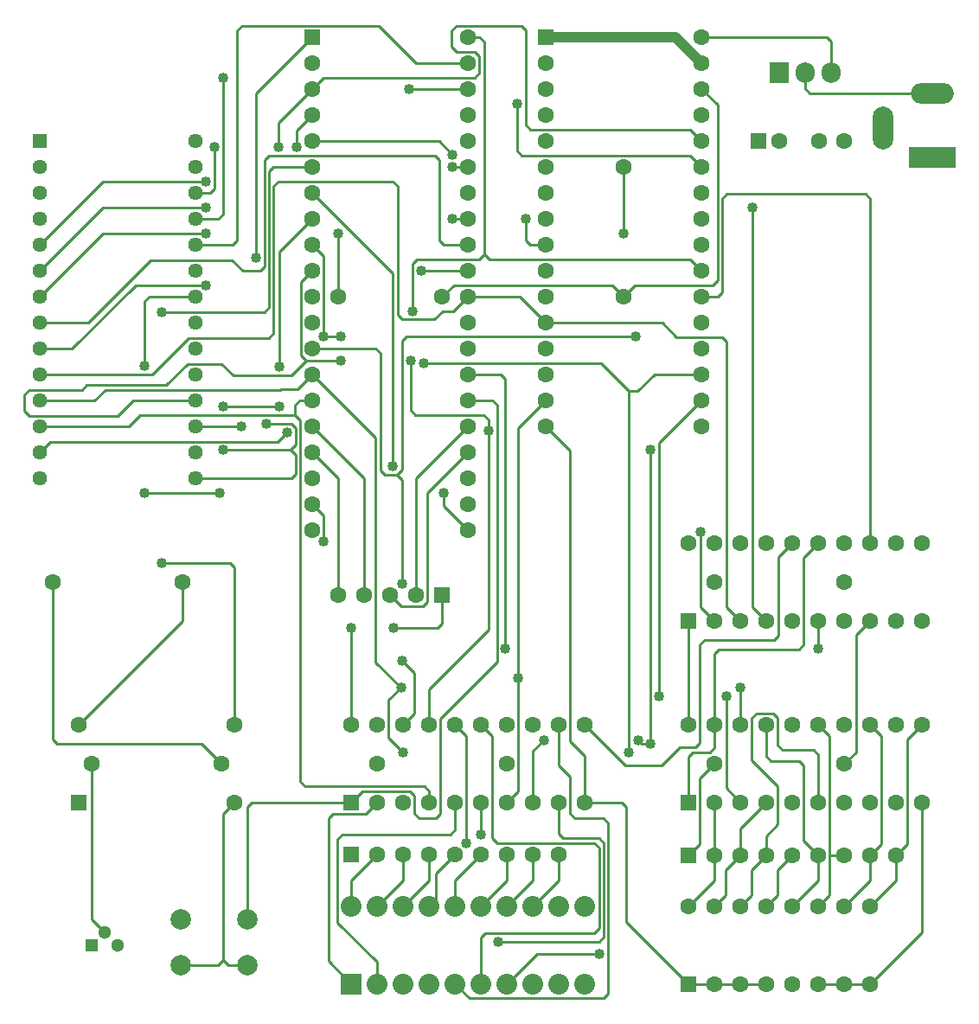
<source format=gbr>
%TF.GenerationSoftware,Novarm,DipTrace,4.3.0.4*%
%TF.CreationDate,2023-07-19T19:22:07+01:00*%
%FSLAX26Y26*%
%MOIN*%
%TF.FileFunction,Copper,L2,Bot*%
%TF.Part,Single*%
%TA.AperFunction,Conductor*%
%ADD13C,0.03937*%
%ADD14C,0.009843*%
%TA.AperFunction,ComponentPad*%
%ADD18R,0.062992X0.062992*%
%ADD19C,0.062992*%
%ADD20C,0.062992*%
%ADD21R,0.051181X0.051181*%
%ADD22C,0.051181*%
%ADD23C,0.07874*%
%ADD24R,0.181102X0.07874*%
%ADD25O,0.165354X0.07874*%
%ADD26O,0.07874X0.165354*%
%ADD27R,0.056693X0.056693*%
%ADD28C,0.056693*%
%ADD29R,0.08X0.08*%
%ADD30C,0.08*%
%ADD31R,0.075X0.07874*%
%ADD32O,0.075X0.07874*%
%TA.AperFunction,ViaPad*%
%ADD33C,0.04*%
G75*
G01*
%LPD*%
X793701Y1543701D2*
D14*
X1193701Y1943701D1*
Y2093701D1*
X3193701Y4193701D2*
X3675980D1*
X3693701Y4175980D1*
Y4056496D1*
X3244488Y1393701D2*
X3187996Y1337208D1*
Y1083665D1*
X3143701Y1039370D1*
X843701Y1393701D2*
Y793701D1*
X893701Y743701D1*
X3143701Y1543701D2*
Y1943701D1*
X1843701Y1543701D2*
Y1916098D1*
X2893701Y3693701D2*
Y3437992D1*
X1794488Y3193701D2*
Y3437992D1*
X2193701Y2043701D2*
Y1933815D1*
X2175984Y1916098D1*
X2007327D1*
X643701Y2893701D2*
X1076870D1*
X1218016Y3034846D1*
X1527267D1*
X1544984Y3052563D1*
Y3620275D1*
X1562701Y3637992D1*
X2004693D1*
X2022410Y3620275D1*
Y3122913D1*
X2040126Y3105197D1*
X2163508D1*
X2196303Y3137992D1*
X2237992D1*
X2293701Y3193701D1*
X2593701Y3093701D2*
X3042011D1*
X3097720Y3037992D1*
X3272244D1*
X3289961Y3020275D1*
Y1997441D1*
X3343701Y1943701D1*
X2293701Y3193701D2*
X2493701D1*
X2593701Y3093701D1*
X3193701Y3293701D2*
X3149409Y3337992D1*
X2375398D1*
X2355713Y3357677D1*
Y4175983D1*
X2337995Y4193701D1*
X2293701D1*
X2355713Y3357677D2*
X2336028Y3337992D1*
X2097610D1*
X2079894Y3320276D1*
Y3137992D1*
X1476756Y3342917D2*
Y3976756D1*
X1693701Y4193701D1*
X1316252Y3770787D2*
Y3611417D1*
X1298535Y3593701D1*
X1243701D1*
X1693701Y3993701D2*
X1737992Y4037992D1*
X2320276D1*
X2337992Y4055708D1*
Y4120276D1*
X2320276Y4137992D1*
X2249409D1*
X2231693Y4155708D1*
Y4220275D1*
X2249410Y4237992D1*
X2498901D1*
X2516618Y4220275D1*
Y3855709D1*
X2534335Y3837992D1*
X3149409D1*
X3193701Y3793701D1*
X1564398Y3770787D2*
Y3864398D1*
X1693701Y3993701D1*
Y3893701D2*
X1634331Y3834331D1*
Y3770787D1*
X3443701Y1943701D2*
X3389957Y1997445D1*
Y3537992D1*
X2234000Y3741574D2*
X2181873Y3793701D1*
X1693701D1*
X1283457Y3237992D2*
X1012114D1*
X767822Y2993701D1*
X643701D1*
X2293701Y3293701D2*
X2112689Y3293700D1*
X2293701Y3393701D2*
X2201204D1*
X2183488Y3411417D1*
Y3720276D1*
X2165772Y3737992D1*
X1527268D1*
X1509551Y3720275D1*
Y3310121D1*
X1491835Y3292405D1*
X1427319D1*
X1384878Y3334846D1*
X1071130D1*
X829984Y3093701D1*
X643701D1*
X1283457Y3437992D2*
X887992D1*
X643701Y3193701D1*
X2293701Y3493701D2*
X2234331Y3493700D1*
X2516614Y3493697D2*
Y3411417D1*
X2534330Y3393701D1*
X2593701D1*
X1283457Y3537992D2*
X887992D1*
X643701Y3293701D1*
X1283457Y3637992D2*
X887992D1*
X643701Y3393701D1*
X2293701Y3693701D2*
X2234000Y3693700D1*
X1349047Y4037992D2*
Y3511417D1*
X1331330Y3493701D1*
X1243701D1*
X2293701Y3993701D2*
X2067484Y3993700D1*
X2483823Y3937992D2*
Y3755709D1*
X2501540Y3737992D1*
X3149409D1*
X3193701Y3693701D1*
X2293701Y4093701D2*
X2093740D1*
X1949449Y4237992D1*
X1422469D1*
X1404752Y4220275D1*
Y3411417D1*
X1387035Y3393701D1*
X1243701D1*
X1114646Y3134846D2*
X1509551D1*
X1527268Y3152563D1*
Y3675984D1*
X1544984Y3693701D1*
X1693701D1*
X1393701Y1543701D2*
Y2149819D1*
X1375985Y2167535D1*
X1114646D1*
X643701Y2793701D2*
X854681D1*
X895827Y2834846D1*
X1571272D1*
X1574418Y2837992D1*
X1637992D1*
X1693701Y2893701D1*
X3343701Y1686382D2*
Y1543701D1*
X2035866Y1686382D2*
X1987992Y1638508D1*
Y1493701D1*
X2043701Y1437992D1*
X1693701Y2893701D2*
X1937996Y2649406D1*
Y1784252D1*
X2035866Y1686382D1*
X2143701Y1243701D2*
Y1287995D1*
X2125984Y1305712D1*
X1665158D1*
X1647441Y1323429D1*
Y2718307D1*
X1627756Y2737992D1*
X1030185D1*
X985893Y2693701D1*
X643701D1*
X1693701Y2793701D2*
X1645476D1*
X1627756Y2775980D1*
Y2737992D1*
X2593701Y2793701D2*
X2487996Y2687996D1*
Y1721815D1*
X1596929Y2670787D2*
X1560988Y2634846D1*
X684846D1*
X643701Y2593701D1*
X2487996Y1721815D2*
Y1287996D1*
X2443701Y1243701D1*
X1565154Y2924094D2*
Y3365154D1*
X1693701Y3493701D1*
X1350433Y2770787D2*
X1565154D1*
X1517725Y2703582D2*
X1612009D1*
X1629725Y2685866D1*
Y2621736D1*
X1610040Y2602051D1*
X1350433D1*
X2585685Y1484334D2*
X2543701Y1442350D1*
Y1243701D1*
X1610040Y2602051D2*
X1629725Y2582366D1*
Y2511418D1*
X1612007Y2493701D1*
X1243701D1*
X2997953Y1470787D2*
Y2602563D1*
X2948500Y1484334D2*
X2962047Y1470787D1*
X2997953D1*
X2003587Y2539960D2*
Y3283815D1*
X1693701Y3593701D1*
X3193701Y2793701D2*
X3030748Y2630748D1*
Y1653586D1*
X3288780D2*
Y1298622D1*
X3343701Y1243701D1*
X2914646Y1437992D2*
Y2829720D1*
X2948248D1*
X3012228Y2893701D1*
X3193701D1*
X1803583Y3039960D2*
X1737992D1*
X1243701Y2693701D2*
X1420630Y2693700D1*
X2914646Y2829720D2*
X2806374Y2937992D1*
X2123862D1*
X1737992Y3039960D2*
Y3349410D1*
X1693701Y3393701D1*
X2143701Y1543701D2*
Y1680850D1*
X2372756Y1909905D1*
Y2675708D1*
X1693701Y3293701D2*
X1649410Y3249410D1*
Y2967122D1*
X1669095Y2947437D1*
X1612957Y2891299D1*
X1388567D1*
X1345020Y2934846D1*
X1212303D1*
X1130020Y2852563D1*
X823544D1*
X805827Y2834846D1*
X602555D1*
X584839Y2817130D1*
Y2752562D1*
X602555Y2734846D1*
X943173D1*
X1002027Y2793701D1*
X1243701D1*
X1669095Y2947437D2*
X1803583D1*
X2372756Y2675708D2*
Y2720276D1*
X2355040Y2737992D1*
X2090634D1*
X2072918Y2755708D1*
Y2947437D1*
X1693701Y2993701D2*
X1937992D1*
X1955713Y2975980D1*
Y2524881D1*
X1973429Y2507165D1*
X2020437D1*
X2040122Y2487480D1*
Y2085685D1*
Y1790043D2*
X2087992Y1742173D1*
Y1587992D1*
X2043701Y1543701D1*
X2020437Y2507165D2*
X2040122Y2526850D1*
Y3022243D1*
X2057839Y3039960D1*
X2941260D1*
X2593701Y4193701D2*
D13*
X3093701D1*
X3193701Y4093701D1*
X1343701Y1393701D2*
D14*
X1266893Y1470508D1*
X711421D1*
X693701Y1488228D1*
Y2093701D1*
X3443701Y543701D2*
X3343701D1*
X2194488Y3193701D2*
X2238780Y3237992D1*
X2849409D1*
X2893701Y3193701D1*
X3643701Y543701D2*
X3743701D1*
X1393701Y1243701D2*
X1349410Y1199410D1*
Y636220D1*
X1369095Y616535D1*
X1443701D1*
X3593701Y4056496D2*
Y3995275D1*
X3611417Y3977559D1*
X4082677D1*
X3744488Y1393701D2*
X3788780Y1437992D1*
Y1888780D1*
X3843701Y1943701D1*
X1187795Y616535D2*
X1329725D1*
X1349410Y636220D1*
X2743701Y1243701D2*
Y1423121D1*
X2687992Y1478830D1*
Y2599410D1*
X2593701Y2693701D1*
X3143701Y543701D2*
X2904235Y783167D1*
Y1225982D1*
X2886516Y1243701D1*
X2743701D1*
X3243701Y543701D2*
X3143701D1*
X3343701D2*
X3243701D1*
X2893701Y3193701D2*
X2937992Y3237992D1*
X3237993D1*
X3255709Y3255708D1*
Y3931693D1*
X3193701Y3993701D1*
X3843701Y543701D2*
X4043701Y743701D1*
Y1243701D1*
X3743701Y543701D2*
X3843701D1*
X3143701Y1243701D2*
Y1420275D1*
X3161418Y1437992D1*
X3225985D1*
X3243701Y1455708D1*
Y1543701D1*
Y1817235D1*
X3261418Y1834952D1*
X3570275D1*
X3587992Y1852669D1*
Y2187992D1*
X3643701Y2243701D1*
X2093701Y2043701D2*
Y2493701D1*
X2293701Y2693701D1*
X1993701Y2043701D2*
X2037996Y1999405D1*
X2120279D1*
X2137996Y2017122D1*
Y2437996D1*
X2293701Y2593701D1*
X1693701Y2693701D2*
X1893701Y2493701D1*
Y2043701D1*
X1693701Y2593701D2*
X1793701Y2493701D1*
Y2043701D1*
X1943701Y1043701D2*
X1843701Y943701D1*
Y843701D1*
X2043701Y1043701D2*
Y943701D1*
X1943701Y843701D1*
X2143701Y1043701D2*
Y943701D1*
X2043701Y843701D1*
X2243701Y1043701D2*
X2168781Y968781D1*
Y868781D1*
X2143701Y843701D1*
X2343701Y1043701D2*
X2243701Y943701D1*
Y843701D1*
X2443701Y1043701D2*
Y943701D1*
X2343701Y843701D1*
X2543701Y1043701D2*
Y943701D1*
X2443701Y843701D1*
X2643701Y1043701D2*
Y943701D1*
X2543701Y843701D1*
X3243701Y1243701D2*
Y1039370D1*
Y943701D1*
X3143701Y843701D1*
X3243701D2*
X3287996Y887996D1*
Y983665D1*
X3343701Y1039370D1*
Y1143701D1*
X3443701Y1243701D1*
X3343701Y843701D2*
X3387996Y887996D1*
Y983665D1*
X3443701Y1039370D1*
Y1114885D1*
X3487992Y1159176D1*
Y1305445D1*
X3387992Y1405445D1*
Y1570279D1*
X3405709Y1587996D1*
X3470275D1*
X3487992Y1570279D1*
Y1462899D1*
X3505709Y1445182D1*
X3625983D1*
X3643701Y1427464D1*
Y1243701D1*
X3543701Y1039370D2*
X3487996Y983665D1*
Y887996D1*
X3443701Y843701D1*
X3543701D2*
X3643701Y943701D1*
Y1039370D1*
X3587996Y1095075D1*
Y1386383D1*
X3570280Y1404099D1*
X3461421D1*
X3443701Y1421819D1*
Y1543701D1*
X3743701Y1039370D2*
X3687996D1*
Y1499406D1*
X3643701Y1543701D1*
X3687996Y1039370D2*
Y887996D1*
X3643701Y843701D1*
X3843701Y1543701D2*
X3887996Y1499406D1*
Y1083665D1*
X3843701Y1039370D1*
Y943701D1*
X3743701Y843701D1*
X3843701D2*
X3943701Y943701D1*
Y1039370D1*
X3987996Y1083665D1*
Y1487996D1*
X4043701Y1543701D1*
X1843701Y543701D2*
X1755473Y631929D1*
Y1181693D1*
X1773189Y1199409D1*
X1899409D1*
X1943701Y1243701D1*
Y543701D2*
Y628831D1*
X1790906Y781626D1*
Y1103071D1*
X1808622Y1120787D1*
X2225984D1*
X2243701Y1138504D1*
Y1243701D1*
X2343701Y1120787D2*
Y1243701D1*
X2410906Y708153D2*
X2798468D1*
X2816185Y725870D1*
Y1087992D1*
X2798469Y1105708D1*
X2661418D1*
X2643701Y1123425D1*
Y1243701D1*
X2243701Y543701D2*
X2298464Y488937D1*
X2816186D1*
X2833902Y506653D1*
Y1163976D1*
X2816185Y1181693D1*
X2705708D1*
X2687992Y1199409D1*
Y1342610D1*
X2643701Y1386901D1*
Y1543701D1*
X2343701Y543701D2*
Y723232D1*
X2361418Y740949D1*
X2780753D1*
X2798469Y758665D1*
Y1070275D1*
X2780752Y1087992D1*
X2405708D1*
X2387992Y1105708D1*
Y1499410D1*
X2343701Y1543701D1*
X2798469Y660283D2*
X2560283D1*
X2443701Y543701D1*
X2287992Y1087992D2*
Y1499410D1*
X2243701Y1543701D1*
X3543701Y2243701D2*
X3489961Y2189961D1*
Y1888103D1*
X3472244Y1870386D1*
X3205709D1*
X3187992Y1852669D1*
Y1473424D1*
X3170276Y1455708D1*
X3108752D1*
X3040524Y1387480D1*
X2899921D1*
X2743701Y1543701D1*
X3843701Y2243701D2*
Y3570787D1*
X3825984Y3588504D1*
X3291142D1*
X3273425Y3570787D1*
Y3211417D1*
X3255708Y3193701D1*
X3193701D1*
X2438347Y1837594D2*
Y2875983D1*
X2420629Y2893701D1*
X2293701D1*
X3643701Y1837594D2*
Y1943701D1*
X1737992Y2249405D2*
Y2349410D1*
X1693701Y2393701D1*
X3191260Y2287996D2*
Y1996142D1*
X3243701Y1943701D1*
X2201536Y2437992D2*
Y2385866D1*
X2293701Y2293701D1*
X1047547Y2437996D2*
X1335355D1*
X1047547Y2926500D2*
Y3175984D1*
X1065263Y3193701D1*
X1243701D1*
X1443701Y793701D2*
Y1225984D1*
X1461417Y1243701D1*
X1843701D1*
X1887996Y1287996D1*
X2070275D1*
X2087992Y1270279D1*
Y1199414D1*
X2105709Y1181697D1*
X2170276D1*
X2187992Y1199413D1*
Y1568244D1*
X2405551Y1785803D1*
Y2775984D1*
X2387834Y2793701D1*
X2293701D1*
D33*
X2893701Y3437992D3*
X1794488D3*
X2007327Y1916098D3*
X1843701D3*
X2079894Y3137992D3*
X1476756Y3342917D3*
X1316252Y3770787D3*
X1564398D3*
X1634331D3*
X3389957Y3537992D3*
X2234000Y3741574D3*
X1283457Y3237992D3*
X2112689Y3293700D3*
X1283457Y3437992D3*
X2234331Y3493700D3*
X2516614Y3493697D3*
X1283457Y3537992D3*
Y3637992D3*
X2234000Y3693700D3*
X1349047Y4037992D3*
X2067484Y3993700D3*
X2483823Y3937992D3*
X1114646Y3134846D3*
Y2167535D3*
X3343701Y1686382D3*
X2035866D3*
X2043701Y1437992D3*
X1596929Y2670787D3*
X2487996Y1721815D3*
X2997953Y2602563D3*
X1565154Y2924094D3*
Y2770787D3*
X1350433D3*
Y2602051D3*
X2585685Y1484334D3*
X2948500D3*
X1517725Y2703582D3*
X2997953Y1470787D3*
X3030748Y1653586D3*
X3288780D3*
X2003587Y2539960D3*
X1420630Y2693700D3*
X1803583Y3039960D3*
X2123862Y2937992D3*
X2914646Y1437992D3*
X1737992Y3039960D3*
X2372756Y2675708D3*
X2072918Y2947437D3*
X1803583D3*
X2040122Y2085685D3*
Y1790043D3*
X2941260Y3039960D3*
X2343701Y1120787D3*
X2410906Y708153D3*
X2798469Y660283D3*
X2287992Y1087992D3*
X2438347Y1837594D3*
X3643701D3*
X1737992Y2249405D3*
X3191260Y2287996D3*
X2201536Y2437992D3*
X1335355Y2437996D3*
X1047547D3*
Y2926500D3*
D18*
X3143701Y543701D3*
D19*
X3243701D3*
X3343701D3*
X3443701D3*
X3543701D3*
X3643701D3*
X3743701D3*
X3843701D3*
Y843701D3*
X3743701D3*
X3643701D3*
X3543701D3*
X3443701D3*
X3343701D3*
X3243701D3*
X3143701D3*
D20*
X2893701Y3693701D3*
Y3193701D3*
D21*
X843701Y693701D3*
D22*
X893701Y743701D3*
X943701Y693701D3*
D18*
X2593701Y4193701D3*
D19*
Y4093701D3*
Y3993701D3*
Y3893701D3*
Y3793701D3*
Y3693701D3*
Y3593701D3*
Y3493701D3*
Y3393701D3*
Y3293701D3*
Y3193701D3*
Y3093701D3*
Y2993701D3*
Y2893701D3*
Y2793701D3*
Y2693701D3*
X3193701D3*
Y2793701D3*
Y2893701D3*
Y2993701D3*
Y3093701D3*
Y3193701D3*
Y3293701D3*
Y3393701D3*
Y3493701D3*
Y3593701D3*
Y3693701D3*
Y3793701D3*
Y3893701D3*
Y3993701D3*
Y4093701D3*
Y4193701D3*
D20*
X3743701Y3793701D3*
X3645276D3*
X1794488Y3193701D3*
X2194488D3*
D23*
X1187795Y793701D3*
X1443701D3*
X1187795Y616535D3*
X1443701D3*
D18*
X2193701Y2043701D3*
D19*
X2093701D3*
X1993701D3*
X1893701D3*
X1793701D3*
D20*
X3243701Y2093701D3*
X3743701D3*
D18*
X793701Y1243701D3*
D20*
X1393701D3*
Y1543701D3*
X793701D3*
D18*
X3143701Y1243701D3*
D19*
X3243701D3*
X3343701D3*
X3443701D3*
X3543701D3*
X3643701D3*
X3743701D3*
X3843701D3*
X3943701D3*
X4043701D3*
Y1543701D3*
X3943701D3*
X3843701D3*
X3743701D3*
X3643701D3*
X3543701D3*
X3443701D3*
X3343701D3*
X3243701D3*
X3143701D3*
D24*
X4082677Y3729528D3*
D25*
Y3977559D3*
D26*
X3893701Y3843701D3*
D18*
X1693701Y4193701D3*
D19*
Y4093701D3*
Y3993701D3*
Y3893701D3*
Y3793701D3*
Y3693701D3*
Y3593701D3*
Y3493701D3*
Y3393701D3*
Y3293701D3*
Y3193701D3*
Y3093701D3*
Y2993701D3*
Y2893701D3*
Y2793701D3*
Y2693701D3*
Y2593701D3*
Y2493701D3*
Y2393701D3*
Y2293701D3*
X2293701D3*
Y2393701D3*
Y2493701D3*
Y2593701D3*
Y2693701D3*
Y2793701D3*
Y2893701D3*
Y2993701D3*
Y3093701D3*
Y3193701D3*
Y3293701D3*
Y3393701D3*
Y3493701D3*
Y3593701D3*
Y3693701D3*
Y3793701D3*
Y3893701D3*
Y3993701D3*
Y4093701D3*
Y4193701D3*
D20*
X3244488Y1393701D3*
X3744488D3*
D27*
X643701Y3793701D3*
D28*
Y3693701D3*
Y3593701D3*
Y3493701D3*
Y3393701D3*
Y3293701D3*
Y3193701D3*
Y3093701D3*
Y2993701D3*
Y2893701D3*
Y2793701D3*
Y2693701D3*
Y2593701D3*
Y2493701D3*
X1243701D3*
Y2593701D3*
Y2693701D3*
Y2793701D3*
Y2893701D3*
Y2993701D3*
Y3093701D3*
Y3193701D3*
Y3293701D3*
Y3393701D3*
Y3493701D3*
Y3593701D3*
Y3693701D3*
Y3793701D3*
D20*
X843701Y1393701D3*
X1343701D3*
X1943701D3*
X2443701D3*
X1193701Y2093701D3*
X693701D3*
D18*
X1843701Y1243701D3*
D19*
X1943701D3*
X2043701D3*
X2143701D3*
X2243701D3*
X2343701D3*
X2443701D3*
X2543701D3*
X2643701D3*
X2743701D3*
Y1543701D3*
X2643701D3*
X2543701D3*
X2443701D3*
X2343701D3*
X2243701D3*
X2143701D3*
X2043701D3*
X1943701D3*
X1843701D3*
D18*
X3414961Y3793701D3*
D20*
X3493701D3*
D18*
X3143701Y1039370D3*
D19*
X3243701D3*
X3343701D3*
X3443701D3*
X3543701D3*
X3643701D3*
X3743701D3*
X3843701D3*
X3943701D3*
D29*
X1843701Y543701D3*
D30*
X1943701D3*
X2043701D3*
X2143701D3*
X2243701D3*
X2343701D3*
X2443701D3*
X2543701D3*
X2643701D3*
X2743701D3*
Y843701D3*
X2643701D3*
X2543701D3*
X2443701D3*
X2343701D3*
X2243701D3*
X2143701D3*
X2043701D3*
X1943701D3*
X1843701D3*
D18*
Y1043701D3*
D19*
X1943701D3*
X2043701D3*
X2143701D3*
X2243701D3*
X2343701D3*
X2443701D3*
X2543701D3*
X2643701D3*
D18*
X3143701Y1943701D3*
D19*
X3243701D3*
X3343701D3*
X3443701D3*
X3543701D3*
X3643701D3*
X3743701D3*
X3843701D3*
X3943701D3*
X4043701D3*
Y2243701D3*
X3943701D3*
X3843701D3*
X3743701D3*
X3643701D3*
X3543701D3*
X3443701D3*
X3343701D3*
X3243701D3*
X3143701D3*
D31*
X3493701Y4056496D3*
D32*
X3593701D3*
X3693701D3*
M02*

</source>
